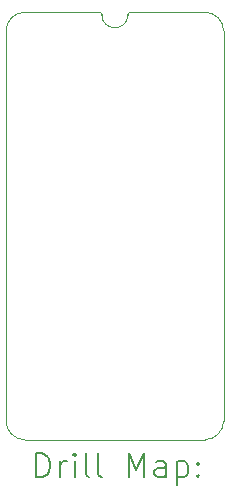
<source format=gbr>
%TF.GenerationSoftware,KiCad,Pcbnew,8.0.8*%
%TF.CreationDate,2025-02-02T11:15:25+01:00*%
%TF.ProjectId,NoTimekeeper,4e6f5469-6d65-46b6-9565-7065722e6b69,rev?*%
%TF.SameCoordinates,Original*%
%TF.FileFunction,Drillmap*%
%TF.FilePolarity,Positive*%
%FSLAX45Y45*%
G04 Gerber Fmt 4.5, Leading zero omitted, Abs format (unit mm)*
G04 Created by KiCad (PCBNEW 8.0.8) date 2025-02-02 11:15:25*
%MOMM*%
%LPD*%
G01*
G04 APERTURE LIST*
%ADD10C,0.100000*%
%ADD11C,0.200000*%
G04 APERTURE END LIST*
D10*
X10859750Y-8652500D02*
X10859750Y-5350500D01*
X11653500Y-5191750D02*
X11018500Y-5191750D01*
X11668875Y-5207620D02*
X11668875Y-5211500D01*
X11891125Y-5211500D02*
X11891125Y-5207620D01*
X11907500Y-5191750D02*
X12542500Y-5191750D01*
X12542500Y-8811250D02*
X11018500Y-8811250D01*
X12701250Y-5350500D02*
X12701250Y-8652500D01*
X10859750Y-5350500D02*
G75*
G02*
X11018500Y-5191750I158750J0D01*
G01*
X11018500Y-8811250D02*
G75*
G02*
X10859750Y-8652500I0J158750D01*
G01*
X11653000Y-5191745D02*
G75*
G02*
X11668875Y-5207620I0J-15875D01*
G01*
X11891125Y-5207620D02*
G75*
G02*
X11907402Y-5191750I15875J0D01*
G01*
X11891625Y-5211500D02*
G75*
G02*
X11669375Y-5211500I-111125J0D01*
G01*
X12542500Y-5191750D02*
G75*
G02*
X12701250Y-5350500I0J-158750D01*
G01*
X12701250Y-8652500D02*
G75*
G02*
X12542500Y-8811250I-158750J0D01*
G01*
D11*
X11115527Y-9127734D02*
X11115527Y-8927734D01*
X11115527Y-8927734D02*
X11163146Y-8927734D01*
X11163146Y-8927734D02*
X11191717Y-8937258D01*
X11191717Y-8937258D02*
X11210765Y-8956305D01*
X11210765Y-8956305D02*
X11220289Y-8975353D01*
X11220289Y-8975353D02*
X11229812Y-9013448D01*
X11229812Y-9013448D02*
X11229812Y-9042020D01*
X11229812Y-9042020D02*
X11220289Y-9080115D01*
X11220289Y-9080115D02*
X11210765Y-9099162D01*
X11210765Y-9099162D02*
X11191717Y-9118210D01*
X11191717Y-9118210D02*
X11163146Y-9127734D01*
X11163146Y-9127734D02*
X11115527Y-9127734D01*
X11315527Y-9127734D02*
X11315527Y-8994400D01*
X11315527Y-9032496D02*
X11325051Y-9013448D01*
X11325051Y-9013448D02*
X11334574Y-9003924D01*
X11334574Y-9003924D02*
X11353622Y-8994400D01*
X11353622Y-8994400D02*
X11372670Y-8994400D01*
X11439336Y-9127734D02*
X11439336Y-8994400D01*
X11439336Y-8927734D02*
X11429812Y-8937258D01*
X11429812Y-8937258D02*
X11439336Y-8946781D01*
X11439336Y-8946781D02*
X11448860Y-8937258D01*
X11448860Y-8937258D02*
X11439336Y-8927734D01*
X11439336Y-8927734D02*
X11439336Y-8946781D01*
X11563146Y-9127734D02*
X11544098Y-9118210D01*
X11544098Y-9118210D02*
X11534574Y-9099162D01*
X11534574Y-9099162D02*
X11534574Y-8927734D01*
X11667908Y-9127734D02*
X11648860Y-9118210D01*
X11648860Y-9118210D02*
X11639336Y-9099162D01*
X11639336Y-9099162D02*
X11639336Y-8927734D01*
X11896479Y-9127734D02*
X11896479Y-8927734D01*
X11896479Y-8927734D02*
X11963146Y-9070591D01*
X11963146Y-9070591D02*
X12029812Y-8927734D01*
X12029812Y-8927734D02*
X12029812Y-9127734D01*
X12210765Y-9127734D02*
X12210765Y-9022972D01*
X12210765Y-9022972D02*
X12201241Y-9003924D01*
X12201241Y-9003924D02*
X12182193Y-8994400D01*
X12182193Y-8994400D02*
X12144098Y-8994400D01*
X12144098Y-8994400D02*
X12125051Y-9003924D01*
X12210765Y-9118210D02*
X12191717Y-9127734D01*
X12191717Y-9127734D02*
X12144098Y-9127734D01*
X12144098Y-9127734D02*
X12125051Y-9118210D01*
X12125051Y-9118210D02*
X12115527Y-9099162D01*
X12115527Y-9099162D02*
X12115527Y-9080115D01*
X12115527Y-9080115D02*
X12125051Y-9061067D01*
X12125051Y-9061067D02*
X12144098Y-9051543D01*
X12144098Y-9051543D02*
X12191717Y-9051543D01*
X12191717Y-9051543D02*
X12210765Y-9042020D01*
X12306003Y-8994400D02*
X12306003Y-9194400D01*
X12306003Y-9003924D02*
X12325051Y-8994400D01*
X12325051Y-8994400D02*
X12363146Y-8994400D01*
X12363146Y-8994400D02*
X12382193Y-9003924D01*
X12382193Y-9003924D02*
X12391717Y-9013448D01*
X12391717Y-9013448D02*
X12401241Y-9032496D01*
X12401241Y-9032496D02*
X12401241Y-9089639D01*
X12401241Y-9089639D02*
X12391717Y-9108686D01*
X12391717Y-9108686D02*
X12382193Y-9118210D01*
X12382193Y-9118210D02*
X12363146Y-9127734D01*
X12363146Y-9127734D02*
X12325051Y-9127734D01*
X12325051Y-9127734D02*
X12306003Y-9118210D01*
X12486955Y-9108686D02*
X12496479Y-9118210D01*
X12496479Y-9118210D02*
X12486955Y-9127734D01*
X12486955Y-9127734D02*
X12477432Y-9118210D01*
X12477432Y-9118210D02*
X12486955Y-9108686D01*
X12486955Y-9108686D02*
X12486955Y-9127734D01*
X12486955Y-9003924D02*
X12496479Y-9013448D01*
X12496479Y-9013448D02*
X12486955Y-9022972D01*
X12486955Y-9022972D02*
X12477432Y-9013448D01*
X12477432Y-9013448D02*
X12486955Y-9003924D01*
X12486955Y-9003924D02*
X12486955Y-9022972D01*
M02*

</source>
